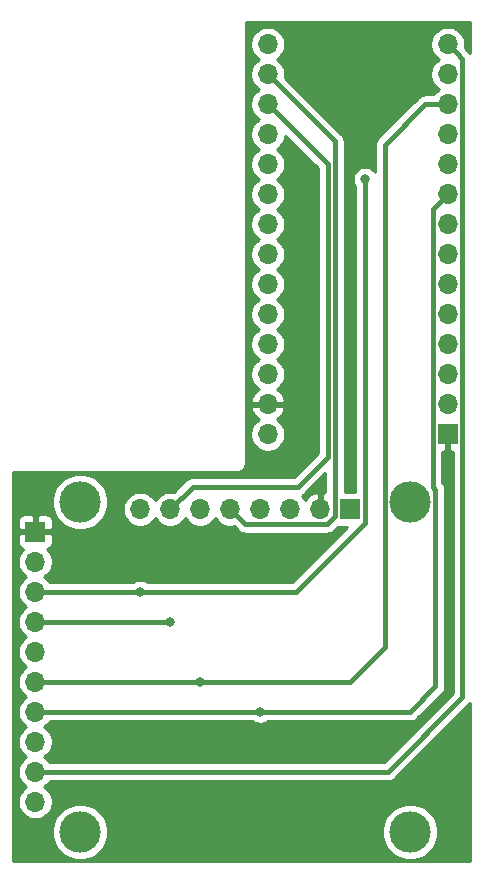
<source format=gbr>
G04 #@! TF.GenerationSoftware,KiCad,Pcbnew,(5.1.5-0-10_14)*
G04 #@! TF.CreationDate,2020-10-09T23:09:52+02:00*
G04 #@! TF.ProjectId,es_display,65735f64-6973-4706-9c61-792e6b696361,rev?*
G04 #@! TF.SameCoordinates,Original*
G04 #@! TF.FileFunction,Copper,L1,Top*
G04 #@! TF.FilePolarity,Positive*
%FSLAX46Y46*%
G04 Gerber Fmt 4.6, Leading zero omitted, Abs format (unit mm)*
G04 Created by KiCad (PCBNEW (5.1.5-0-10_14)) date 2020-10-09 23:09:52*
%MOMM*%
%LPD*%
G04 APERTURE LIST*
%ADD10R,1.700000X1.700000*%
%ADD11O,1.700000X1.700000*%
%ADD12C,3.500000*%
%ADD13C,0.800000*%
%ADD14C,0.381000*%
%ADD15C,0.254000*%
G04 APERTURE END LIST*
D10*
X149860000Y-104140000D03*
D11*
X149860000Y-101600000D03*
X149860000Y-99060000D03*
X149860000Y-96520000D03*
X149860000Y-93980000D03*
X149860000Y-91440000D03*
X149860000Y-88900000D03*
X149860000Y-86360000D03*
X149860000Y-83820000D03*
X149860000Y-81280000D03*
X149860000Y-78740000D03*
X149860000Y-76200000D03*
X149860000Y-73660000D03*
X149860000Y-71120000D03*
X114935000Y-135255000D03*
X114935000Y-132715000D03*
X114935000Y-130175000D03*
X114935000Y-127635000D03*
X114935000Y-125095000D03*
X114935000Y-122555000D03*
X114935000Y-120015000D03*
X114935000Y-117475000D03*
X114935000Y-114935000D03*
D10*
X114935000Y-112395000D03*
D12*
X146685000Y-137795000D03*
X146685000Y-109855000D03*
X118745000Y-137795000D03*
X118745000Y-109855000D03*
D11*
X123825000Y-110490000D03*
X126365000Y-110490000D03*
X128905000Y-110490000D03*
X131445000Y-110490000D03*
X133985000Y-110490000D03*
X136525000Y-110490000D03*
X139065000Y-110490000D03*
D10*
X141605000Y-110490000D03*
D11*
X134620000Y-71120000D03*
X134620000Y-73660000D03*
X134620000Y-76200000D03*
X134620000Y-78740000D03*
X134620000Y-81280000D03*
X134620000Y-83820000D03*
X134620000Y-86360000D03*
X134620000Y-88900000D03*
X134620000Y-91440000D03*
X134620000Y-93980000D03*
X134620000Y-96520000D03*
X134620000Y-99060000D03*
X134620000Y-101600000D03*
X134620000Y-104140000D03*
D13*
X128905000Y-125095000D03*
X123825000Y-117475000D03*
X142875000Y-82550000D03*
X133985000Y-127635000D03*
X126365000Y-120015000D03*
D14*
X150709999Y-71969999D02*
X149860000Y-71120000D01*
X151100501Y-72360501D02*
X150709999Y-71969999D01*
X144780000Y-132715000D02*
X151100501Y-126394499D01*
X151100501Y-126394499D02*
X151100501Y-72360501D01*
X114935000Y-132715000D02*
X144780000Y-132715000D01*
X128905000Y-125095000D02*
X123825000Y-125095000D01*
X123825000Y-125095000D02*
X125730000Y-125095000D01*
X114935000Y-125095000D02*
X123825000Y-125095000D01*
X128905000Y-125095000D02*
X141605000Y-125095000D01*
X144544499Y-122155501D02*
X144544499Y-79610501D01*
X141605000Y-125095000D02*
X144544499Y-122155501D01*
X147955000Y-76200000D02*
X149860000Y-76200000D01*
X144544499Y-79610501D02*
X147955000Y-76200000D01*
X120015000Y-117475000D02*
X121285000Y-117475000D01*
X123825000Y-117475000D02*
X120015000Y-117475000D01*
X114935000Y-117475000D02*
X120015000Y-117475000D01*
X123825000Y-117475000D02*
X137022902Y-117475000D01*
X142875000Y-111622902D02*
X137022902Y-117475000D01*
X142875000Y-82550000D02*
X142875000Y-111622902D01*
X133985000Y-127635000D02*
X129540000Y-127635000D01*
X129540000Y-127635000D02*
X114935000Y-127635000D01*
X131445000Y-127635000D02*
X129540000Y-127635000D01*
X148825501Y-108827559D02*
X148825501Y-125494499D01*
X148590000Y-108592058D02*
X148825501Y-108827559D01*
X148590000Y-85090000D02*
X148590000Y-108592058D01*
X149860000Y-83820000D02*
X148590000Y-85090000D01*
X146685000Y-127635000D02*
X133985000Y-127635000D01*
X148825501Y-125494499D02*
X146685000Y-127635000D01*
X135469999Y-74509999D02*
X134620000Y-73660000D01*
X140305501Y-79345501D02*
X135469999Y-74509999D01*
X140305501Y-111085441D02*
X140305501Y-79345501D01*
X139660441Y-111730501D02*
X140305501Y-111085441D01*
X132685501Y-111730501D02*
X139660441Y-111730501D01*
X131445000Y-110490000D02*
X132685501Y-111730501D01*
X114935000Y-120015000D02*
X124460000Y-120015000D01*
X126365000Y-120015000D02*
X124460000Y-120015000D01*
X139700000Y-81280000D02*
X134620000Y-76200000D01*
X139700000Y-99695000D02*
X139700000Y-81280000D01*
X128270000Y-108585000D02*
X137160000Y-108585000D01*
X137160000Y-108585000D02*
X139700000Y-106045000D01*
X126365000Y-110490000D02*
X128270000Y-108585000D01*
X139700000Y-106045000D02*
X139700000Y-99695000D01*
X139700000Y-100895942D02*
X139700000Y-99695000D01*
D15*
G36*
X151740000Y-71838490D02*
G01*
X151687042Y-71773960D01*
X151655535Y-71748103D01*
X151322395Y-71414963D01*
X151322390Y-71414957D01*
X151316578Y-71409145D01*
X151345000Y-71266260D01*
X151345000Y-70973740D01*
X151287932Y-70686842D01*
X151175990Y-70416589D01*
X151013475Y-70173368D01*
X150806632Y-69966525D01*
X150563411Y-69804010D01*
X150293158Y-69692068D01*
X150006260Y-69635000D01*
X149713740Y-69635000D01*
X149426842Y-69692068D01*
X149156589Y-69804010D01*
X148913368Y-69966525D01*
X148706525Y-70173368D01*
X148544010Y-70416589D01*
X148432068Y-70686842D01*
X148375000Y-70973740D01*
X148375000Y-71266260D01*
X148432068Y-71553158D01*
X148544010Y-71823411D01*
X148706525Y-72066632D01*
X148913368Y-72273475D01*
X149087760Y-72390000D01*
X148913368Y-72506525D01*
X148706525Y-72713368D01*
X148544010Y-72956589D01*
X148432068Y-73226842D01*
X148375000Y-73513740D01*
X148375000Y-73806260D01*
X148432068Y-74093158D01*
X148544010Y-74363411D01*
X148706525Y-74606632D01*
X148913368Y-74813475D01*
X149087760Y-74930000D01*
X148913368Y-75046525D01*
X148706525Y-75253368D01*
X148625587Y-75374500D01*
X147995550Y-75374500D01*
X147955000Y-75370506D01*
X147914449Y-75374500D01*
X147914447Y-75374500D01*
X147793174Y-75386444D01*
X147637566Y-75433647D01*
X147494157Y-75510301D01*
X147399958Y-75587608D01*
X147399957Y-75587609D01*
X147368459Y-75613459D01*
X147342611Y-75644955D01*
X143989460Y-78998108D01*
X143957959Y-79023960D01*
X143932108Y-79055460D01*
X143854800Y-79149659D01*
X143778146Y-79293068D01*
X143730944Y-79448675D01*
X143715005Y-79610501D01*
X143719000Y-79651062D01*
X143719000Y-81950185D01*
X143678937Y-81890226D01*
X143534774Y-81746063D01*
X143365256Y-81632795D01*
X143176898Y-81554774D01*
X142976939Y-81515000D01*
X142773061Y-81515000D01*
X142573102Y-81554774D01*
X142384744Y-81632795D01*
X142215226Y-81746063D01*
X142071063Y-81890226D01*
X141957795Y-82059744D01*
X141879774Y-82248102D01*
X141840000Y-82448061D01*
X141840000Y-82651939D01*
X141879774Y-82851898D01*
X141957795Y-83040256D01*
X142049500Y-83177503D01*
X142049501Y-109001928D01*
X141131001Y-109001928D01*
X141131001Y-79386051D01*
X141134995Y-79345501D01*
X141129831Y-79293067D01*
X141119057Y-79183675D01*
X141071854Y-79028067D01*
X140996056Y-78886260D01*
X140995200Y-78884658D01*
X140917893Y-78790460D01*
X140892042Y-78758960D01*
X140860541Y-78733108D01*
X136082395Y-73954963D01*
X136082390Y-73954957D01*
X136076578Y-73949145D01*
X136105000Y-73806260D01*
X136105000Y-73513740D01*
X136047932Y-73226842D01*
X135935990Y-72956589D01*
X135773475Y-72713368D01*
X135566632Y-72506525D01*
X135392240Y-72390000D01*
X135566632Y-72273475D01*
X135773475Y-72066632D01*
X135935990Y-71823411D01*
X136047932Y-71553158D01*
X136105000Y-71266260D01*
X136105000Y-70973740D01*
X136047932Y-70686842D01*
X135935990Y-70416589D01*
X135773475Y-70173368D01*
X135566632Y-69966525D01*
X135323411Y-69804010D01*
X135053158Y-69692068D01*
X134766260Y-69635000D01*
X134473740Y-69635000D01*
X134186842Y-69692068D01*
X133916589Y-69804010D01*
X133673368Y-69966525D01*
X133466525Y-70173368D01*
X133304010Y-70416589D01*
X133192068Y-70686842D01*
X133135000Y-70973740D01*
X133135000Y-71266260D01*
X133192068Y-71553158D01*
X133304010Y-71823411D01*
X133466525Y-72066632D01*
X133673368Y-72273475D01*
X133847760Y-72390000D01*
X133673368Y-72506525D01*
X133466525Y-72713368D01*
X133304010Y-72956589D01*
X133192068Y-73226842D01*
X133135000Y-73513740D01*
X133135000Y-73806260D01*
X133192068Y-74093158D01*
X133304010Y-74363411D01*
X133466525Y-74606632D01*
X133673368Y-74813475D01*
X133847760Y-74930000D01*
X133673368Y-75046525D01*
X133466525Y-75253368D01*
X133304010Y-75496589D01*
X133192068Y-75766842D01*
X133135000Y-76053740D01*
X133135000Y-76346260D01*
X133192068Y-76633158D01*
X133304010Y-76903411D01*
X133466525Y-77146632D01*
X133673368Y-77353475D01*
X133847760Y-77470000D01*
X133673368Y-77586525D01*
X133466525Y-77793368D01*
X133304010Y-78036589D01*
X133192068Y-78306842D01*
X133135000Y-78593740D01*
X133135000Y-78886260D01*
X133192068Y-79173158D01*
X133304010Y-79443411D01*
X133466525Y-79686632D01*
X133673368Y-79893475D01*
X133847760Y-80010000D01*
X133673368Y-80126525D01*
X133466525Y-80333368D01*
X133304010Y-80576589D01*
X133192068Y-80846842D01*
X133135000Y-81133740D01*
X133135000Y-81426260D01*
X133192068Y-81713158D01*
X133304010Y-81983411D01*
X133466525Y-82226632D01*
X133673368Y-82433475D01*
X133847760Y-82550000D01*
X133673368Y-82666525D01*
X133466525Y-82873368D01*
X133304010Y-83116589D01*
X133192068Y-83386842D01*
X133135000Y-83673740D01*
X133135000Y-83966260D01*
X133192068Y-84253158D01*
X133304010Y-84523411D01*
X133466525Y-84766632D01*
X133673368Y-84973475D01*
X133847760Y-85090000D01*
X133673368Y-85206525D01*
X133466525Y-85413368D01*
X133304010Y-85656589D01*
X133192068Y-85926842D01*
X133135000Y-86213740D01*
X133135000Y-86506260D01*
X133192068Y-86793158D01*
X133304010Y-87063411D01*
X133466525Y-87306632D01*
X133673368Y-87513475D01*
X133847760Y-87630000D01*
X133673368Y-87746525D01*
X133466525Y-87953368D01*
X133304010Y-88196589D01*
X133192068Y-88466842D01*
X133135000Y-88753740D01*
X133135000Y-89046260D01*
X133192068Y-89333158D01*
X133304010Y-89603411D01*
X133466525Y-89846632D01*
X133673368Y-90053475D01*
X133847760Y-90170000D01*
X133673368Y-90286525D01*
X133466525Y-90493368D01*
X133304010Y-90736589D01*
X133192068Y-91006842D01*
X133135000Y-91293740D01*
X133135000Y-91586260D01*
X133192068Y-91873158D01*
X133304010Y-92143411D01*
X133466525Y-92386632D01*
X133673368Y-92593475D01*
X133847760Y-92710000D01*
X133673368Y-92826525D01*
X133466525Y-93033368D01*
X133304010Y-93276589D01*
X133192068Y-93546842D01*
X133135000Y-93833740D01*
X133135000Y-94126260D01*
X133192068Y-94413158D01*
X133304010Y-94683411D01*
X133466525Y-94926632D01*
X133673368Y-95133475D01*
X133847760Y-95250000D01*
X133673368Y-95366525D01*
X133466525Y-95573368D01*
X133304010Y-95816589D01*
X133192068Y-96086842D01*
X133135000Y-96373740D01*
X133135000Y-96666260D01*
X133192068Y-96953158D01*
X133304010Y-97223411D01*
X133466525Y-97466632D01*
X133673368Y-97673475D01*
X133847760Y-97790000D01*
X133673368Y-97906525D01*
X133466525Y-98113368D01*
X133304010Y-98356589D01*
X133192068Y-98626842D01*
X133135000Y-98913740D01*
X133135000Y-99206260D01*
X133192068Y-99493158D01*
X133304010Y-99763411D01*
X133466525Y-100006632D01*
X133673368Y-100213475D01*
X133855534Y-100335195D01*
X133738645Y-100404822D01*
X133522412Y-100599731D01*
X133348359Y-100833080D01*
X133223175Y-101095901D01*
X133178524Y-101243110D01*
X133299845Y-101473000D01*
X134493000Y-101473000D01*
X134493000Y-101453000D01*
X134747000Y-101453000D01*
X134747000Y-101473000D01*
X135940155Y-101473000D01*
X136061476Y-101243110D01*
X136016825Y-101095901D01*
X135891641Y-100833080D01*
X135717588Y-100599731D01*
X135501355Y-100404822D01*
X135384466Y-100335195D01*
X135566632Y-100213475D01*
X135773475Y-100006632D01*
X135935990Y-99763411D01*
X136047932Y-99493158D01*
X136105000Y-99206260D01*
X136105000Y-98913740D01*
X136047932Y-98626842D01*
X135935990Y-98356589D01*
X135773475Y-98113368D01*
X135566632Y-97906525D01*
X135392240Y-97790000D01*
X135566632Y-97673475D01*
X135773475Y-97466632D01*
X135935990Y-97223411D01*
X136047932Y-96953158D01*
X136105000Y-96666260D01*
X136105000Y-96373740D01*
X136047932Y-96086842D01*
X135935990Y-95816589D01*
X135773475Y-95573368D01*
X135566632Y-95366525D01*
X135392240Y-95250000D01*
X135566632Y-95133475D01*
X135773475Y-94926632D01*
X135935990Y-94683411D01*
X136047932Y-94413158D01*
X136105000Y-94126260D01*
X136105000Y-93833740D01*
X136047932Y-93546842D01*
X135935990Y-93276589D01*
X135773475Y-93033368D01*
X135566632Y-92826525D01*
X135392240Y-92710000D01*
X135566632Y-92593475D01*
X135773475Y-92386632D01*
X135935990Y-92143411D01*
X136047932Y-91873158D01*
X136105000Y-91586260D01*
X136105000Y-91293740D01*
X136047932Y-91006842D01*
X135935990Y-90736589D01*
X135773475Y-90493368D01*
X135566632Y-90286525D01*
X135392240Y-90170000D01*
X135566632Y-90053475D01*
X135773475Y-89846632D01*
X135935990Y-89603411D01*
X136047932Y-89333158D01*
X136105000Y-89046260D01*
X136105000Y-88753740D01*
X136047932Y-88466842D01*
X135935990Y-88196589D01*
X135773475Y-87953368D01*
X135566632Y-87746525D01*
X135392240Y-87630000D01*
X135566632Y-87513475D01*
X135773475Y-87306632D01*
X135935990Y-87063411D01*
X136047932Y-86793158D01*
X136105000Y-86506260D01*
X136105000Y-86213740D01*
X136047932Y-85926842D01*
X135935990Y-85656589D01*
X135773475Y-85413368D01*
X135566632Y-85206525D01*
X135392240Y-85090000D01*
X135566632Y-84973475D01*
X135773475Y-84766632D01*
X135935990Y-84523411D01*
X136047932Y-84253158D01*
X136105000Y-83966260D01*
X136105000Y-83673740D01*
X136047932Y-83386842D01*
X135935990Y-83116589D01*
X135773475Y-82873368D01*
X135566632Y-82666525D01*
X135392240Y-82550000D01*
X135566632Y-82433475D01*
X135773475Y-82226632D01*
X135935990Y-81983411D01*
X136047932Y-81713158D01*
X136105000Y-81426260D01*
X136105000Y-81133740D01*
X136047932Y-80846842D01*
X135935990Y-80576589D01*
X135773475Y-80333368D01*
X135566632Y-80126525D01*
X135392240Y-80010000D01*
X135566632Y-79893475D01*
X135773475Y-79686632D01*
X135935990Y-79443411D01*
X136047932Y-79173158D01*
X136105000Y-78886260D01*
X136105000Y-78852433D01*
X138874501Y-81621935D01*
X138874500Y-99735552D01*
X138874501Y-99735562D01*
X138874500Y-100936494D01*
X138874501Y-100936502D01*
X138874500Y-105703067D01*
X136818068Y-107759500D01*
X128310550Y-107759500D01*
X128270000Y-107755506D01*
X128229449Y-107759500D01*
X128229447Y-107759500D01*
X128108174Y-107771444D01*
X127952566Y-107818647D01*
X127809157Y-107895301D01*
X127714958Y-107972608D01*
X127714955Y-107972611D01*
X127683459Y-107998459D01*
X127657611Y-108029955D01*
X126654145Y-109033422D01*
X126511260Y-109005000D01*
X126218740Y-109005000D01*
X125931842Y-109062068D01*
X125661589Y-109174010D01*
X125418368Y-109336525D01*
X125211525Y-109543368D01*
X125095000Y-109717760D01*
X124978475Y-109543368D01*
X124771632Y-109336525D01*
X124528411Y-109174010D01*
X124258158Y-109062068D01*
X123971260Y-109005000D01*
X123678740Y-109005000D01*
X123391842Y-109062068D01*
X123121589Y-109174010D01*
X122878368Y-109336525D01*
X122671525Y-109543368D01*
X122509010Y-109786589D01*
X122397068Y-110056842D01*
X122340000Y-110343740D01*
X122340000Y-110636260D01*
X122397068Y-110923158D01*
X122509010Y-111193411D01*
X122671525Y-111436632D01*
X122878368Y-111643475D01*
X123121589Y-111805990D01*
X123391842Y-111917932D01*
X123678740Y-111975000D01*
X123971260Y-111975000D01*
X124258158Y-111917932D01*
X124528411Y-111805990D01*
X124771632Y-111643475D01*
X124978475Y-111436632D01*
X125095000Y-111262240D01*
X125211525Y-111436632D01*
X125418368Y-111643475D01*
X125661589Y-111805990D01*
X125931842Y-111917932D01*
X126218740Y-111975000D01*
X126511260Y-111975000D01*
X126798158Y-111917932D01*
X127068411Y-111805990D01*
X127311632Y-111643475D01*
X127518475Y-111436632D01*
X127635000Y-111262240D01*
X127751525Y-111436632D01*
X127958368Y-111643475D01*
X128201589Y-111805990D01*
X128471842Y-111917932D01*
X128758740Y-111975000D01*
X129051260Y-111975000D01*
X129338158Y-111917932D01*
X129608411Y-111805990D01*
X129851632Y-111643475D01*
X130058475Y-111436632D01*
X130175000Y-111262240D01*
X130291525Y-111436632D01*
X130498368Y-111643475D01*
X130741589Y-111805990D01*
X131011842Y-111917932D01*
X131298740Y-111975000D01*
X131591260Y-111975000D01*
X131734145Y-111946578D01*
X132073107Y-112285540D01*
X132098960Y-112317042D01*
X132224659Y-112420200D01*
X132368067Y-112496854D01*
X132523675Y-112544057D01*
X132644948Y-112556001D01*
X132644957Y-112556001D01*
X132685500Y-112559994D01*
X132726043Y-112556001D01*
X139619891Y-112556001D01*
X139660441Y-112559995D01*
X139700991Y-112556001D01*
X139700994Y-112556001D01*
X139822267Y-112544057D01*
X139977875Y-112496854D01*
X140121283Y-112420200D01*
X140246982Y-112317042D01*
X140272838Y-112285536D01*
X140601397Y-111956978D01*
X140630518Y-111965812D01*
X140755000Y-111978072D01*
X141352397Y-111978072D01*
X136680970Y-116649500D01*
X124452503Y-116649500D01*
X124315256Y-116557795D01*
X124126898Y-116479774D01*
X123926939Y-116440000D01*
X123723061Y-116440000D01*
X123523102Y-116479774D01*
X123334744Y-116557795D01*
X123197497Y-116649500D01*
X116169413Y-116649500D01*
X116088475Y-116528368D01*
X115881632Y-116321525D01*
X115707240Y-116205000D01*
X115881632Y-116088475D01*
X116088475Y-115881632D01*
X116250990Y-115638411D01*
X116362932Y-115368158D01*
X116420000Y-115081260D01*
X116420000Y-114788740D01*
X116362932Y-114501842D01*
X116250990Y-114231589D01*
X116088475Y-113988368D01*
X115956620Y-113856513D01*
X116029180Y-113834502D01*
X116139494Y-113775537D01*
X116236185Y-113696185D01*
X116315537Y-113599494D01*
X116374502Y-113489180D01*
X116410812Y-113369482D01*
X116423072Y-113245000D01*
X116420000Y-112680750D01*
X116261250Y-112522000D01*
X115062000Y-112522000D01*
X115062000Y-112542000D01*
X114808000Y-112542000D01*
X114808000Y-112522000D01*
X113608750Y-112522000D01*
X113450000Y-112680750D01*
X113446928Y-113245000D01*
X113459188Y-113369482D01*
X113495498Y-113489180D01*
X113554463Y-113599494D01*
X113633815Y-113696185D01*
X113730506Y-113775537D01*
X113840820Y-113834502D01*
X113913380Y-113856513D01*
X113781525Y-113988368D01*
X113619010Y-114231589D01*
X113507068Y-114501842D01*
X113450000Y-114788740D01*
X113450000Y-115081260D01*
X113507068Y-115368158D01*
X113619010Y-115638411D01*
X113781525Y-115881632D01*
X113988368Y-116088475D01*
X114162760Y-116205000D01*
X113988368Y-116321525D01*
X113781525Y-116528368D01*
X113619010Y-116771589D01*
X113507068Y-117041842D01*
X113450000Y-117328740D01*
X113450000Y-117621260D01*
X113507068Y-117908158D01*
X113619010Y-118178411D01*
X113781525Y-118421632D01*
X113988368Y-118628475D01*
X114162760Y-118745000D01*
X113988368Y-118861525D01*
X113781525Y-119068368D01*
X113619010Y-119311589D01*
X113507068Y-119581842D01*
X113450000Y-119868740D01*
X113450000Y-120161260D01*
X113507068Y-120448158D01*
X113619010Y-120718411D01*
X113781525Y-120961632D01*
X113988368Y-121168475D01*
X114162760Y-121285000D01*
X113988368Y-121401525D01*
X113781525Y-121608368D01*
X113619010Y-121851589D01*
X113507068Y-122121842D01*
X113450000Y-122408740D01*
X113450000Y-122701260D01*
X113507068Y-122988158D01*
X113619010Y-123258411D01*
X113781525Y-123501632D01*
X113988368Y-123708475D01*
X114162760Y-123825000D01*
X113988368Y-123941525D01*
X113781525Y-124148368D01*
X113619010Y-124391589D01*
X113507068Y-124661842D01*
X113450000Y-124948740D01*
X113450000Y-125241260D01*
X113507068Y-125528158D01*
X113619010Y-125798411D01*
X113781525Y-126041632D01*
X113988368Y-126248475D01*
X114162760Y-126365000D01*
X113988368Y-126481525D01*
X113781525Y-126688368D01*
X113619010Y-126931589D01*
X113507068Y-127201842D01*
X113450000Y-127488740D01*
X113450000Y-127781260D01*
X113507068Y-128068158D01*
X113619010Y-128338411D01*
X113781525Y-128581632D01*
X113988368Y-128788475D01*
X114162760Y-128905000D01*
X113988368Y-129021525D01*
X113781525Y-129228368D01*
X113619010Y-129471589D01*
X113507068Y-129741842D01*
X113450000Y-130028740D01*
X113450000Y-130321260D01*
X113507068Y-130608158D01*
X113619010Y-130878411D01*
X113781525Y-131121632D01*
X113988368Y-131328475D01*
X114162760Y-131445000D01*
X113988368Y-131561525D01*
X113781525Y-131768368D01*
X113619010Y-132011589D01*
X113507068Y-132281842D01*
X113450000Y-132568740D01*
X113450000Y-132861260D01*
X113507068Y-133148158D01*
X113619010Y-133418411D01*
X113781525Y-133661632D01*
X113988368Y-133868475D01*
X114162760Y-133985000D01*
X113988368Y-134101525D01*
X113781525Y-134308368D01*
X113619010Y-134551589D01*
X113507068Y-134821842D01*
X113450000Y-135108740D01*
X113450000Y-135401260D01*
X113507068Y-135688158D01*
X113619010Y-135958411D01*
X113781525Y-136201632D01*
X113988368Y-136408475D01*
X114231589Y-136570990D01*
X114501842Y-136682932D01*
X114788740Y-136740000D01*
X115081260Y-136740000D01*
X115368158Y-136682932D01*
X115638411Y-136570990D01*
X115881632Y-136408475D01*
X116088475Y-136201632D01*
X116250990Y-135958411D01*
X116362932Y-135688158D01*
X116420000Y-135401260D01*
X116420000Y-135108740D01*
X116362932Y-134821842D01*
X116250990Y-134551589D01*
X116088475Y-134308368D01*
X115881632Y-134101525D01*
X115707240Y-133985000D01*
X115881632Y-133868475D01*
X116088475Y-133661632D01*
X116169413Y-133540500D01*
X144739450Y-133540500D01*
X144780000Y-133544494D01*
X144820550Y-133540500D01*
X144820553Y-133540500D01*
X144941826Y-133528556D01*
X145097434Y-133481353D01*
X145240842Y-133404699D01*
X145366541Y-133301541D01*
X145392398Y-133270034D01*
X151655542Y-127006891D01*
X151687042Y-126981040D01*
X151739678Y-126916903D01*
X151740001Y-126916509D01*
X151740001Y-140310000D01*
X113055000Y-140310000D01*
X113055000Y-137560098D01*
X116360000Y-137560098D01*
X116360000Y-138029902D01*
X116451654Y-138490679D01*
X116631440Y-138924721D01*
X116892450Y-139315349D01*
X117224651Y-139647550D01*
X117615279Y-139908560D01*
X118049321Y-140088346D01*
X118510098Y-140180000D01*
X118979902Y-140180000D01*
X119440679Y-140088346D01*
X119874721Y-139908560D01*
X120265349Y-139647550D01*
X120597550Y-139315349D01*
X120858560Y-138924721D01*
X121038346Y-138490679D01*
X121130000Y-138029902D01*
X121130000Y-137560098D01*
X144300000Y-137560098D01*
X144300000Y-138029902D01*
X144391654Y-138490679D01*
X144571440Y-138924721D01*
X144832450Y-139315349D01*
X145164651Y-139647550D01*
X145555279Y-139908560D01*
X145989321Y-140088346D01*
X146450098Y-140180000D01*
X146919902Y-140180000D01*
X147380679Y-140088346D01*
X147814721Y-139908560D01*
X148205349Y-139647550D01*
X148537550Y-139315349D01*
X148798560Y-138924721D01*
X148978346Y-138490679D01*
X149070000Y-138029902D01*
X149070000Y-137560098D01*
X148978346Y-137099321D01*
X148798560Y-136665279D01*
X148537550Y-136274651D01*
X148205349Y-135942450D01*
X147814721Y-135681440D01*
X147380679Y-135501654D01*
X146919902Y-135410000D01*
X146450098Y-135410000D01*
X145989321Y-135501654D01*
X145555279Y-135681440D01*
X145164651Y-135942450D01*
X144832450Y-136274651D01*
X144571440Y-136665279D01*
X144391654Y-137099321D01*
X144300000Y-137560098D01*
X121130000Y-137560098D01*
X121038346Y-137099321D01*
X120858560Y-136665279D01*
X120597550Y-136274651D01*
X120265349Y-135942450D01*
X119874721Y-135681440D01*
X119440679Y-135501654D01*
X118979902Y-135410000D01*
X118510098Y-135410000D01*
X118049321Y-135501654D01*
X117615279Y-135681440D01*
X117224651Y-135942450D01*
X116892450Y-136274651D01*
X116631440Y-136665279D01*
X116451654Y-137099321D01*
X116360000Y-137560098D01*
X113055000Y-137560098D01*
X113055000Y-111545000D01*
X113446928Y-111545000D01*
X113450000Y-112109250D01*
X113608750Y-112268000D01*
X114808000Y-112268000D01*
X114808000Y-111068750D01*
X115062000Y-111068750D01*
X115062000Y-112268000D01*
X116261250Y-112268000D01*
X116420000Y-112109250D01*
X116423072Y-111545000D01*
X116410812Y-111420518D01*
X116374502Y-111300820D01*
X116315537Y-111190506D01*
X116236185Y-111093815D01*
X116139494Y-111014463D01*
X116029180Y-110955498D01*
X115909482Y-110919188D01*
X115785000Y-110906928D01*
X115220750Y-110910000D01*
X115062000Y-111068750D01*
X114808000Y-111068750D01*
X114649250Y-110910000D01*
X114085000Y-110906928D01*
X113960518Y-110919188D01*
X113840820Y-110955498D01*
X113730506Y-111014463D01*
X113633815Y-111093815D01*
X113554463Y-111190506D01*
X113495498Y-111300820D01*
X113459188Y-111420518D01*
X113446928Y-111545000D01*
X113055000Y-111545000D01*
X113055000Y-109620098D01*
X116360000Y-109620098D01*
X116360000Y-110089902D01*
X116451654Y-110550679D01*
X116631440Y-110984721D01*
X116892450Y-111375349D01*
X117224651Y-111707550D01*
X117615279Y-111968560D01*
X118049321Y-112148346D01*
X118510098Y-112240000D01*
X118979902Y-112240000D01*
X119440679Y-112148346D01*
X119874721Y-111968560D01*
X120265349Y-111707550D01*
X120597550Y-111375349D01*
X120858560Y-110984721D01*
X121038346Y-110550679D01*
X121130000Y-110089902D01*
X121130000Y-109620098D01*
X121038346Y-109159321D01*
X120858560Y-108725279D01*
X120597550Y-108334651D01*
X120265349Y-108002450D01*
X119874721Y-107741440D01*
X119440679Y-107561654D01*
X118979902Y-107470000D01*
X118510098Y-107470000D01*
X118049321Y-107561654D01*
X117615279Y-107741440D01*
X117224651Y-108002450D01*
X116892450Y-108334651D01*
X116631440Y-108725279D01*
X116451654Y-109159321D01*
X116360000Y-109620098D01*
X113055000Y-109620098D01*
X113055000Y-107340000D01*
X132047581Y-107340000D01*
X132080000Y-107343193D01*
X132112419Y-107340000D01*
X132209383Y-107330450D01*
X132333793Y-107292710D01*
X132448450Y-107231425D01*
X132548948Y-107148948D01*
X132631425Y-107048450D01*
X132692710Y-106933793D01*
X132730450Y-106809383D01*
X132743193Y-106680000D01*
X132740000Y-106647581D01*
X132740000Y-103993740D01*
X133135000Y-103993740D01*
X133135000Y-104286260D01*
X133192068Y-104573158D01*
X133304010Y-104843411D01*
X133466525Y-105086632D01*
X133673368Y-105293475D01*
X133916589Y-105455990D01*
X134186842Y-105567932D01*
X134473740Y-105625000D01*
X134766260Y-105625000D01*
X135053158Y-105567932D01*
X135323411Y-105455990D01*
X135566632Y-105293475D01*
X135773475Y-105086632D01*
X135935990Y-104843411D01*
X136047932Y-104573158D01*
X136105000Y-104286260D01*
X136105000Y-103993740D01*
X136047932Y-103706842D01*
X135935990Y-103436589D01*
X135773475Y-103193368D01*
X135566632Y-102986525D01*
X135384466Y-102864805D01*
X135501355Y-102795178D01*
X135717588Y-102600269D01*
X135891641Y-102366920D01*
X136016825Y-102104099D01*
X136061476Y-101956890D01*
X135940155Y-101727000D01*
X134747000Y-101727000D01*
X134747000Y-101747000D01*
X134493000Y-101747000D01*
X134493000Y-101727000D01*
X133299845Y-101727000D01*
X133178524Y-101956890D01*
X133223175Y-102104099D01*
X133348359Y-102366920D01*
X133522412Y-102600269D01*
X133738645Y-102795178D01*
X133855534Y-102864805D01*
X133673368Y-102986525D01*
X133466525Y-103193368D01*
X133304010Y-103436589D01*
X133192068Y-103706842D01*
X133135000Y-103993740D01*
X132740000Y-103993740D01*
X132740000Y-69240000D01*
X151740000Y-69240000D01*
X151740000Y-71838490D01*
G37*
X151740000Y-71838490D02*
X151687042Y-71773960D01*
X151655535Y-71748103D01*
X151322395Y-71414963D01*
X151322390Y-71414957D01*
X151316578Y-71409145D01*
X151345000Y-71266260D01*
X151345000Y-70973740D01*
X151287932Y-70686842D01*
X151175990Y-70416589D01*
X151013475Y-70173368D01*
X150806632Y-69966525D01*
X150563411Y-69804010D01*
X150293158Y-69692068D01*
X150006260Y-69635000D01*
X149713740Y-69635000D01*
X149426842Y-69692068D01*
X149156589Y-69804010D01*
X148913368Y-69966525D01*
X148706525Y-70173368D01*
X148544010Y-70416589D01*
X148432068Y-70686842D01*
X148375000Y-70973740D01*
X148375000Y-71266260D01*
X148432068Y-71553158D01*
X148544010Y-71823411D01*
X148706525Y-72066632D01*
X148913368Y-72273475D01*
X149087760Y-72390000D01*
X148913368Y-72506525D01*
X148706525Y-72713368D01*
X148544010Y-72956589D01*
X148432068Y-73226842D01*
X148375000Y-73513740D01*
X148375000Y-73806260D01*
X148432068Y-74093158D01*
X148544010Y-74363411D01*
X148706525Y-74606632D01*
X148913368Y-74813475D01*
X149087760Y-74930000D01*
X148913368Y-75046525D01*
X148706525Y-75253368D01*
X148625587Y-75374500D01*
X147995550Y-75374500D01*
X147955000Y-75370506D01*
X147914449Y-75374500D01*
X147914447Y-75374500D01*
X147793174Y-75386444D01*
X147637566Y-75433647D01*
X147494157Y-75510301D01*
X147399958Y-75587608D01*
X147399957Y-75587609D01*
X147368459Y-75613459D01*
X147342611Y-75644955D01*
X143989460Y-78998108D01*
X143957959Y-79023960D01*
X143932108Y-79055460D01*
X143854800Y-79149659D01*
X143778146Y-79293068D01*
X143730944Y-79448675D01*
X143715005Y-79610501D01*
X143719000Y-79651062D01*
X143719000Y-81950185D01*
X143678937Y-81890226D01*
X143534774Y-81746063D01*
X143365256Y-81632795D01*
X143176898Y-81554774D01*
X142976939Y-81515000D01*
X142773061Y-81515000D01*
X142573102Y-81554774D01*
X142384744Y-81632795D01*
X142215226Y-81746063D01*
X142071063Y-81890226D01*
X141957795Y-82059744D01*
X141879774Y-82248102D01*
X141840000Y-82448061D01*
X141840000Y-82651939D01*
X141879774Y-82851898D01*
X141957795Y-83040256D01*
X142049500Y-83177503D01*
X142049501Y-109001928D01*
X141131001Y-109001928D01*
X141131001Y-79386051D01*
X141134995Y-79345501D01*
X141129831Y-79293067D01*
X141119057Y-79183675D01*
X141071854Y-79028067D01*
X140996056Y-78886260D01*
X140995200Y-78884658D01*
X140917893Y-78790460D01*
X140892042Y-78758960D01*
X140860541Y-78733108D01*
X136082395Y-73954963D01*
X136082390Y-73954957D01*
X136076578Y-73949145D01*
X136105000Y-73806260D01*
X136105000Y-73513740D01*
X136047932Y-73226842D01*
X135935990Y-72956589D01*
X135773475Y-72713368D01*
X135566632Y-72506525D01*
X135392240Y-72390000D01*
X135566632Y-72273475D01*
X135773475Y-72066632D01*
X135935990Y-71823411D01*
X136047932Y-71553158D01*
X136105000Y-71266260D01*
X136105000Y-70973740D01*
X136047932Y-70686842D01*
X135935990Y-70416589D01*
X135773475Y-70173368D01*
X135566632Y-69966525D01*
X135323411Y-69804010D01*
X135053158Y-69692068D01*
X134766260Y-69635000D01*
X134473740Y-69635000D01*
X134186842Y-69692068D01*
X133916589Y-69804010D01*
X133673368Y-69966525D01*
X133466525Y-70173368D01*
X133304010Y-70416589D01*
X133192068Y-70686842D01*
X133135000Y-70973740D01*
X133135000Y-71266260D01*
X133192068Y-71553158D01*
X133304010Y-71823411D01*
X133466525Y-72066632D01*
X133673368Y-72273475D01*
X133847760Y-72390000D01*
X133673368Y-72506525D01*
X133466525Y-72713368D01*
X133304010Y-72956589D01*
X133192068Y-73226842D01*
X133135000Y-73513740D01*
X133135000Y-73806260D01*
X133192068Y-74093158D01*
X133304010Y-74363411D01*
X133466525Y-74606632D01*
X133673368Y-74813475D01*
X133847760Y-74930000D01*
X133673368Y-75046525D01*
X133466525Y-75253368D01*
X133304010Y-75496589D01*
X133192068Y-75766842D01*
X133135000Y-76053740D01*
X133135000Y-76346260D01*
X133192068Y-76633158D01*
X133304010Y-76903411D01*
X133466525Y-77146632D01*
X133673368Y-77353475D01*
X133847760Y-77470000D01*
X133673368Y-77586525D01*
X133466525Y-77793368D01*
X133304010Y-78036589D01*
X133192068Y-78306842D01*
X133135000Y-78593740D01*
X133135000Y-78886260D01*
X133192068Y-79173158D01*
X133304010Y-79443411D01*
X133466525Y-79686632D01*
X133673368Y-79893475D01*
X133847760Y-80010000D01*
X133673368Y-80126525D01*
X133466525Y-80333368D01*
X133304010Y-80576589D01*
X133192068Y-80846842D01*
X133135000Y-81133740D01*
X133135000Y-81426260D01*
X133192068Y-81713158D01*
X133304010Y-81983411D01*
X133466525Y-82226632D01*
X133673368Y-82433475D01*
X133847760Y-82550000D01*
X133673368Y-82666525D01*
X133466525Y-82873368D01*
X133304010Y-83116589D01*
X133192068Y-83386842D01*
X133135000Y-83673740D01*
X133135000Y-83966260D01*
X133192068Y-84253158D01*
X133304010Y-84523411D01*
X133466525Y-84766632D01*
X133673368Y-84973475D01*
X133847760Y-85090000D01*
X133673368Y-85206525D01*
X133466525Y-85413368D01*
X133304010Y-85656589D01*
X133192068Y-85926842D01*
X133135000Y-86213740D01*
X133135000Y-86506260D01*
X133192068Y-86793158D01*
X133304010Y-87063411D01*
X133466525Y-87306632D01*
X133673368Y-87513475D01*
X133847760Y-87630000D01*
X133673368Y-87746525D01*
X133466525Y-87953368D01*
X133304010Y-88196589D01*
X133192068Y-88466842D01*
X133135000Y-88753740D01*
X133135000Y-89046260D01*
X133192068Y-89333158D01*
X133304010Y-89603411D01*
X133466525Y-89846632D01*
X133673368Y-90053475D01*
X133847760Y-90170000D01*
X133673368Y-90286525D01*
X133466525Y-90493368D01*
X133304010Y-90736589D01*
X133192068Y-91006842D01*
X133135000Y-91293740D01*
X133135000Y-91586260D01*
X133192068Y-91873158D01*
X133304010Y-92143411D01*
X133466525Y-92386632D01*
X133673368Y-92593475D01*
X133847760Y-92710000D01*
X133673368Y-92826525D01*
X133466525Y-93033368D01*
X133304010Y-93276589D01*
X133192068Y-93546842D01*
X133135000Y-93833740D01*
X133135000Y-94126260D01*
X133192068Y-94413158D01*
X133304010Y-94683411D01*
X133466525Y-94926632D01*
X133673368Y-95133475D01*
X133847760Y-95250000D01*
X133673368Y-95366525D01*
X133466525Y-95573368D01*
X133304010Y-95816589D01*
X133192068Y-96086842D01*
X133135000Y-96373740D01*
X133135000Y-96666260D01*
X133192068Y-96953158D01*
X133304010Y-97223411D01*
X133466525Y-97466632D01*
X133673368Y-97673475D01*
X133847760Y-97790000D01*
X133673368Y-97906525D01*
X133466525Y-98113368D01*
X133304010Y-98356589D01*
X133192068Y-98626842D01*
X133135000Y-98913740D01*
X133135000Y-99206260D01*
X133192068Y-99493158D01*
X133304010Y-99763411D01*
X133466525Y-100006632D01*
X133673368Y-100213475D01*
X133855534Y-100335195D01*
X133738645Y-100404822D01*
X133522412Y-100599731D01*
X133348359Y-100833080D01*
X133223175Y-101095901D01*
X133178524Y-101243110D01*
X133299845Y-101473000D01*
X134493000Y-101473000D01*
X134493000Y-101453000D01*
X134747000Y-101453000D01*
X134747000Y-101473000D01*
X135940155Y-101473000D01*
X136061476Y-101243110D01*
X136016825Y-101095901D01*
X135891641Y-100833080D01*
X135717588Y-100599731D01*
X135501355Y-100404822D01*
X135384466Y-100335195D01*
X135566632Y-100213475D01*
X135773475Y-100006632D01*
X135935990Y-99763411D01*
X136047932Y-99493158D01*
X136105000Y-99206260D01*
X136105000Y-98913740D01*
X136047932Y-98626842D01*
X135935990Y-98356589D01*
X135773475Y-98113368D01*
X135566632Y-97906525D01*
X135392240Y-97790000D01*
X135566632Y-97673475D01*
X135773475Y-97466632D01*
X135935990Y-97223411D01*
X136047932Y-96953158D01*
X136105000Y-96666260D01*
X136105000Y-96373740D01*
X136047932Y-96086842D01*
X135935990Y-95816589D01*
X135773475Y-95573368D01*
X135566632Y-95366525D01*
X135392240Y-95250000D01*
X135566632Y-95133475D01*
X135773475Y-94926632D01*
X135935990Y-94683411D01*
X136047932Y-94413158D01*
X136105000Y-94126260D01*
X136105000Y-93833740D01*
X136047932Y-93546842D01*
X135935990Y-93276589D01*
X135773475Y-93033368D01*
X135566632Y-92826525D01*
X135392240Y-92710000D01*
X135566632Y-92593475D01*
X135773475Y-92386632D01*
X135935990Y-92143411D01*
X136047932Y-91873158D01*
X136105000Y-91586260D01*
X136105000Y-91293740D01*
X136047932Y-91006842D01*
X135935990Y-90736589D01*
X135773475Y-90493368D01*
X135566632Y-90286525D01*
X135392240Y-90170000D01*
X135566632Y-90053475D01*
X135773475Y-89846632D01*
X135935990Y-89603411D01*
X136047932Y-89333158D01*
X136105000Y-89046260D01*
X136105000Y-88753740D01*
X136047932Y-88466842D01*
X135935990Y-88196589D01*
X135773475Y-87953368D01*
X135566632Y-87746525D01*
X135392240Y-87630000D01*
X135566632Y-87513475D01*
X135773475Y-87306632D01*
X135935990Y-87063411D01*
X136047932Y-86793158D01*
X136105000Y-86506260D01*
X136105000Y-86213740D01*
X136047932Y-85926842D01*
X135935990Y-85656589D01*
X135773475Y-85413368D01*
X135566632Y-85206525D01*
X135392240Y-85090000D01*
X135566632Y-84973475D01*
X135773475Y-84766632D01*
X135935990Y-84523411D01*
X136047932Y-84253158D01*
X136105000Y-83966260D01*
X136105000Y-83673740D01*
X136047932Y-83386842D01*
X135935990Y-83116589D01*
X135773475Y-82873368D01*
X135566632Y-82666525D01*
X135392240Y-82550000D01*
X135566632Y-82433475D01*
X135773475Y-82226632D01*
X135935990Y-81983411D01*
X136047932Y-81713158D01*
X136105000Y-81426260D01*
X136105000Y-81133740D01*
X136047932Y-80846842D01*
X135935990Y-80576589D01*
X135773475Y-80333368D01*
X135566632Y-80126525D01*
X135392240Y-80010000D01*
X135566632Y-79893475D01*
X135773475Y-79686632D01*
X135935990Y-79443411D01*
X136047932Y-79173158D01*
X136105000Y-78886260D01*
X136105000Y-78852433D01*
X138874501Y-81621935D01*
X138874500Y-99735552D01*
X138874501Y-99735562D01*
X138874500Y-100936494D01*
X138874501Y-100936502D01*
X138874500Y-105703067D01*
X136818068Y-107759500D01*
X128310550Y-107759500D01*
X128270000Y-107755506D01*
X128229449Y-107759500D01*
X128229447Y-107759500D01*
X128108174Y-107771444D01*
X127952566Y-107818647D01*
X127809157Y-107895301D01*
X127714958Y-107972608D01*
X127714955Y-107972611D01*
X127683459Y-107998459D01*
X127657611Y-108029955D01*
X126654145Y-109033422D01*
X126511260Y-109005000D01*
X126218740Y-109005000D01*
X125931842Y-109062068D01*
X125661589Y-109174010D01*
X125418368Y-109336525D01*
X125211525Y-109543368D01*
X125095000Y-109717760D01*
X124978475Y-109543368D01*
X124771632Y-109336525D01*
X124528411Y-109174010D01*
X124258158Y-109062068D01*
X123971260Y-109005000D01*
X123678740Y-109005000D01*
X123391842Y-109062068D01*
X123121589Y-109174010D01*
X122878368Y-109336525D01*
X122671525Y-109543368D01*
X122509010Y-109786589D01*
X122397068Y-110056842D01*
X122340000Y-110343740D01*
X122340000Y-110636260D01*
X122397068Y-110923158D01*
X122509010Y-111193411D01*
X122671525Y-111436632D01*
X122878368Y-111643475D01*
X123121589Y-111805990D01*
X123391842Y-111917932D01*
X123678740Y-111975000D01*
X123971260Y-111975000D01*
X124258158Y-111917932D01*
X124528411Y-111805990D01*
X124771632Y-111643475D01*
X124978475Y-111436632D01*
X125095000Y-111262240D01*
X125211525Y-111436632D01*
X125418368Y-111643475D01*
X125661589Y-111805990D01*
X125931842Y-111917932D01*
X126218740Y-111975000D01*
X126511260Y-111975000D01*
X126798158Y-111917932D01*
X127068411Y-111805990D01*
X127311632Y-111643475D01*
X127518475Y-111436632D01*
X127635000Y-111262240D01*
X127751525Y-111436632D01*
X127958368Y-111643475D01*
X128201589Y-111805990D01*
X128471842Y-111917932D01*
X128758740Y-111975000D01*
X129051260Y-111975000D01*
X129338158Y-111917932D01*
X129608411Y-111805990D01*
X129851632Y-111643475D01*
X130058475Y-111436632D01*
X130175000Y-111262240D01*
X130291525Y-111436632D01*
X130498368Y-111643475D01*
X130741589Y-111805990D01*
X131011842Y-111917932D01*
X131298740Y-111975000D01*
X131591260Y-111975000D01*
X131734145Y-111946578D01*
X132073107Y-112285540D01*
X132098960Y-112317042D01*
X132224659Y-112420200D01*
X132368067Y-112496854D01*
X132523675Y-112544057D01*
X132644948Y-112556001D01*
X132644957Y-112556001D01*
X132685500Y-112559994D01*
X132726043Y-112556001D01*
X139619891Y-112556001D01*
X139660441Y-112559995D01*
X139700991Y-112556001D01*
X139700994Y-112556001D01*
X139822267Y-112544057D01*
X139977875Y-112496854D01*
X140121283Y-112420200D01*
X140246982Y-112317042D01*
X140272838Y-112285536D01*
X140601397Y-111956978D01*
X140630518Y-111965812D01*
X140755000Y-111978072D01*
X141352397Y-111978072D01*
X136680970Y-116649500D01*
X124452503Y-116649500D01*
X124315256Y-116557795D01*
X124126898Y-116479774D01*
X123926939Y-116440000D01*
X123723061Y-116440000D01*
X123523102Y-116479774D01*
X123334744Y-116557795D01*
X123197497Y-116649500D01*
X116169413Y-116649500D01*
X116088475Y-116528368D01*
X115881632Y-116321525D01*
X115707240Y-116205000D01*
X115881632Y-116088475D01*
X116088475Y-115881632D01*
X116250990Y-115638411D01*
X116362932Y-115368158D01*
X116420000Y-115081260D01*
X116420000Y-114788740D01*
X116362932Y-114501842D01*
X116250990Y-114231589D01*
X116088475Y-113988368D01*
X115956620Y-113856513D01*
X116029180Y-113834502D01*
X116139494Y-113775537D01*
X116236185Y-113696185D01*
X116315537Y-113599494D01*
X116374502Y-113489180D01*
X116410812Y-113369482D01*
X116423072Y-113245000D01*
X116420000Y-112680750D01*
X116261250Y-112522000D01*
X115062000Y-112522000D01*
X115062000Y-112542000D01*
X114808000Y-112542000D01*
X114808000Y-112522000D01*
X113608750Y-112522000D01*
X113450000Y-112680750D01*
X113446928Y-113245000D01*
X113459188Y-113369482D01*
X113495498Y-113489180D01*
X113554463Y-113599494D01*
X113633815Y-113696185D01*
X113730506Y-113775537D01*
X113840820Y-113834502D01*
X113913380Y-113856513D01*
X113781525Y-113988368D01*
X113619010Y-114231589D01*
X113507068Y-114501842D01*
X113450000Y-114788740D01*
X113450000Y-115081260D01*
X113507068Y-115368158D01*
X113619010Y-115638411D01*
X113781525Y-115881632D01*
X113988368Y-116088475D01*
X114162760Y-116205000D01*
X113988368Y-116321525D01*
X113781525Y-116528368D01*
X113619010Y-116771589D01*
X113507068Y-117041842D01*
X113450000Y-117328740D01*
X113450000Y-117621260D01*
X113507068Y-117908158D01*
X113619010Y-118178411D01*
X113781525Y-118421632D01*
X113988368Y-118628475D01*
X114162760Y-118745000D01*
X113988368Y-118861525D01*
X113781525Y-119068368D01*
X113619010Y-119311589D01*
X113507068Y-119581842D01*
X113450000Y-119868740D01*
X113450000Y-120161260D01*
X113507068Y-120448158D01*
X113619010Y-120718411D01*
X113781525Y-120961632D01*
X113988368Y-121168475D01*
X114162760Y-121285000D01*
X113988368Y-121401525D01*
X113781525Y-121608368D01*
X113619010Y-121851589D01*
X113507068Y-122121842D01*
X113450000Y-122408740D01*
X113450000Y-122701260D01*
X113507068Y-122988158D01*
X113619010Y-123258411D01*
X113781525Y-123501632D01*
X113988368Y-123708475D01*
X114162760Y-123825000D01*
X113988368Y-123941525D01*
X113781525Y-124148368D01*
X113619010Y-124391589D01*
X113507068Y-124661842D01*
X113450000Y-124948740D01*
X113450000Y-125241260D01*
X113507068Y-125528158D01*
X113619010Y-125798411D01*
X113781525Y-126041632D01*
X113988368Y-126248475D01*
X114162760Y-126365000D01*
X113988368Y-126481525D01*
X113781525Y-126688368D01*
X113619010Y-126931589D01*
X113507068Y-127201842D01*
X113450000Y-127488740D01*
X113450000Y-127781260D01*
X113507068Y-128068158D01*
X113619010Y-128338411D01*
X113781525Y-128581632D01*
X113988368Y-128788475D01*
X114162760Y-128905000D01*
X113988368Y-129021525D01*
X113781525Y-129228368D01*
X113619010Y-129471589D01*
X113507068Y-129741842D01*
X113450000Y-130028740D01*
X113450000Y-130321260D01*
X113507068Y-130608158D01*
X113619010Y-130878411D01*
X113781525Y-131121632D01*
X113988368Y-131328475D01*
X114162760Y-131445000D01*
X113988368Y-131561525D01*
X113781525Y-131768368D01*
X113619010Y-132011589D01*
X113507068Y-132281842D01*
X113450000Y-132568740D01*
X113450000Y-132861260D01*
X113507068Y-133148158D01*
X113619010Y-133418411D01*
X113781525Y-133661632D01*
X113988368Y-133868475D01*
X114162760Y-133985000D01*
X113988368Y-134101525D01*
X113781525Y-134308368D01*
X113619010Y-134551589D01*
X113507068Y-134821842D01*
X113450000Y-135108740D01*
X113450000Y-135401260D01*
X113507068Y-135688158D01*
X113619010Y-135958411D01*
X113781525Y-136201632D01*
X113988368Y-136408475D01*
X114231589Y-136570990D01*
X114501842Y-136682932D01*
X114788740Y-136740000D01*
X115081260Y-136740000D01*
X115368158Y-136682932D01*
X115638411Y-136570990D01*
X115881632Y-136408475D01*
X116088475Y-136201632D01*
X116250990Y-135958411D01*
X116362932Y-135688158D01*
X116420000Y-135401260D01*
X116420000Y-135108740D01*
X116362932Y-134821842D01*
X116250990Y-134551589D01*
X116088475Y-134308368D01*
X115881632Y-134101525D01*
X115707240Y-133985000D01*
X115881632Y-133868475D01*
X116088475Y-133661632D01*
X116169413Y-133540500D01*
X144739450Y-133540500D01*
X144780000Y-133544494D01*
X144820550Y-133540500D01*
X144820553Y-133540500D01*
X144941826Y-133528556D01*
X145097434Y-133481353D01*
X145240842Y-133404699D01*
X145366541Y-133301541D01*
X145392398Y-133270034D01*
X151655542Y-127006891D01*
X151687042Y-126981040D01*
X151739678Y-126916903D01*
X151740001Y-126916509D01*
X151740001Y-140310000D01*
X113055000Y-140310000D01*
X113055000Y-137560098D01*
X116360000Y-137560098D01*
X116360000Y-138029902D01*
X116451654Y-138490679D01*
X116631440Y-138924721D01*
X116892450Y-139315349D01*
X117224651Y-139647550D01*
X117615279Y-139908560D01*
X118049321Y-140088346D01*
X118510098Y-140180000D01*
X118979902Y-140180000D01*
X119440679Y-140088346D01*
X119874721Y-139908560D01*
X120265349Y-139647550D01*
X120597550Y-139315349D01*
X120858560Y-138924721D01*
X121038346Y-138490679D01*
X121130000Y-138029902D01*
X121130000Y-137560098D01*
X144300000Y-137560098D01*
X144300000Y-138029902D01*
X144391654Y-138490679D01*
X144571440Y-138924721D01*
X144832450Y-139315349D01*
X145164651Y-139647550D01*
X145555279Y-139908560D01*
X145989321Y-140088346D01*
X146450098Y-140180000D01*
X146919902Y-140180000D01*
X147380679Y-140088346D01*
X147814721Y-139908560D01*
X148205349Y-139647550D01*
X148537550Y-139315349D01*
X148798560Y-138924721D01*
X148978346Y-138490679D01*
X149070000Y-138029902D01*
X149070000Y-137560098D01*
X148978346Y-137099321D01*
X148798560Y-136665279D01*
X148537550Y-136274651D01*
X148205349Y-135942450D01*
X147814721Y-135681440D01*
X147380679Y-135501654D01*
X146919902Y-135410000D01*
X146450098Y-135410000D01*
X145989321Y-135501654D01*
X145555279Y-135681440D01*
X145164651Y-135942450D01*
X144832450Y-136274651D01*
X144571440Y-136665279D01*
X144391654Y-137099321D01*
X144300000Y-137560098D01*
X121130000Y-137560098D01*
X121038346Y-137099321D01*
X120858560Y-136665279D01*
X120597550Y-136274651D01*
X120265349Y-135942450D01*
X119874721Y-135681440D01*
X119440679Y-135501654D01*
X118979902Y-135410000D01*
X118510098Y-135410000D01*
X118049321Y-135501654D01*
X117615279Y-135681440D01*
X117224651Y-135942450D01*
X116892450Y-136274651D01*
X116631440Y-136665279D01*
X116451654Y-137099321D01*
X116360000Y-137560098D01*
X113055000Y-137560098D01*
X113055000Y-111545000D01*
X113446928Y-111545000D01*
X113450000Y-112109250D01*
X113608750Y-112268000D01*
X114808000Y-112268000D01*
X114808000Y-111068750D01*
X115062000Y-111068750D01*
X115062000Y-112268000D01*
X116261250Y-112268000D01*
X116420000Y-112109250D01*
X116423072Y-111545000D01*
X116410812Y-111420518D01*
X116374502Y-111300820D01*
X116315537Y-111190506D01*
X116236185Y-111093815D01*
X116139494Y-111014463D01*
X116029180Y-110955498D01*
X115909482Y-110919188D01*
X115785000Y-110906928D01*
X115220750Y-110910000D01*
X115062000Y-111068750D01*
X114808000Y-111068750D01*
X114649250Y-110910000D01*
X114085000Y-110906928D01*
X113960518Y-110919188D01*
X113840820Y-110955498D01*
X113730506Y-111014463D01*
X113633815Y-111093815D01*
X113554463Y-111190506D01*
X113495498Y-111300820D01*
X113459188Y-111420518D01*
X113446928Y-111545000D01*
X113055000Y-111545000D01*
X113055000Y-109620098D01*
X116360000Y-109620098D01*
X116360000Y-110089902D01*
X116451654Y-110550679D01*
X116631440Y-110984721D01*
X116892450Y-111375349D01*
X117224651Y-111707550D01*
X117615279Y-111968560D01*
X118049321Y-112148346D01*
X118510098Y-112240000D01*
X118979902Y-112240000D01*
X119440679Y-112148346D01*
X119874721Y-111968560D01*
X120265349Y-111707550D01*
X120597550Y-111375349D01*
X120858560Y-110984721D01*
X121038346Y-110550679D01*
X121130000Y-110089902D01*
X121130000Y-109620098D01*
X121038346Y-109159321D01*
X120858560Y-108725279D01*
X120597550Y-108334651D01*
X120265349Y-108002450D01*
X119874721Y-107741440D01*
X119440679Y-107561654D01*
X118979902Y-107470000D01*
X118510098Y-107470000D01*
X118049321Y-107561654D01*
X117615279Y-107741440D01*
X117224651Y-108002450D01*
X116892450Y-108334651D01*
X116631440Y-108725279D01*
X116451654Y-109159321D01*
X116360000Y-109620098D01*
X113055000Y-109620098D01*
X113055000Y-107340000D01*
X132047581Y-107340000D01*
X132080000Y-107343193D01*
X132112419Y-107340000D01*
X132209383Y-107330450D01*
X132333793Y-107292710D01*
X132448450Y-107231425D01*
X132548948Y-107148948D01*
X132631425Y-107048450D01*
X132692710Y-106933793D01*
X132730450Y-106809383D01*
X132743193Y-106680000D01*
X132740000Y-106647581D01*
X132740000Y-103993740D01*
X133135000Y-103993740D01*
X133135000Y-104286260D01*
X133192068Y-104573158D01*
X133304010Y-104843411D01*
X133466525Y-105086632D01*
X133673368Y-105293475D01*
X133916589Y-105455990D01*
X134186842Y-105567932D01*
X134473740Y-105625000D01*
X134766260Y-105625000D01*
X135053158Y-105567932D01*
X135323411Y-105455990D01*
X135566632Y-105293475D01*
X135773475Y-105086632D01*
X135935990Y-104843411D01*
X136047932Y-104573158D01*
X136105000Y-104286260D01*
X136105000Y-103993740D01*
X136047932Y-103706842D01*
X135935990Y-103436589D01*
X135773475Y-103193368D01*
X135566632Y-102986525D01*
X135384466Y-102864805D01*
X135501355Y-102795178D01*
X135717588Y-102600269D01*
X135891641Y-102366920D01*
X136016825Y-102104099D01*
X136061476Y-101956890D01*
X135940155Y-101727000D01*
X134747000Y-101727000D01*
X134747000Y-101747000D01*
X134493000Y-101747000D01*
X134493000Y-101727000D01*
X133299845Y-101727000D01*
X133178524Y-101956890D01*
X133223175Y-102104099D01*
X133348359Y-102366920D01*
X133522412Y-102600269D01*
X133738645Y-102795178D01*
X133855534Y-102864805D01*
X133673368Y-102986525D01*
X133466525Y-103193368D01*
X133304010Y-103436589D01*
X133192068Y-103706842D01*
X133135000Y-103993740D01*
X132740000Y-103993740D01*
X132740000Y-69240000D01*
X151740000Y-69240000D01*
X151740000Y-71838490D01*
G36*
X149987000Y-104013000D02*
G01*
X150007000Y-104013000D01*
X150007000Y-104267000D01*
X149987000Y-104267000D01*
X149987000Y-105466250D01*
X150145750Y-105625000D01*
X150275001Y-105625704D01*
X150275001Y-126052566D01*
X144438068Y-131889500D01*
X116169413Y-131889500D01*
X116088475Y-131768368D01*
X115881632Y-131561525D01*
X115707240Y-131445000D01*
X115881632Y-131328475D01*
X116088475Y-131121632D01*
X116250990Y-130878411D01*
X116362932Y-130608158D01*
X116420000Y-130321260D01*
X116420000Y-130028740D01*
X116362932Y-129741842D01*
X116250990Y-129471589D01*
X116088475Y-129228368D01*
X115881632Y-129021525D01*
X115707240Y-128905000D01*
X115881632Y-128788475D01*
X116088475Y-128581632D01*
X116169413Y-128460500D01*
X133357497Y-128460500D01*
X133494744Y-128552205D01*
X133683102Y-128630226D01*
X133883061Y-128670000D01*
X134086939Y-128670000D01*
X134286898Y-128630226D01*
X134475256Y-128552205D01*
X134612503Y-128460500D01*
X146644450Y-128460500D01*
X146685000Y-128464494D01*
X146725550Y-128460500D01*
X146725553Y-128460500D01*
X146846826Y-128448556D01*
X147002434Y-128401353D01*
X147145842Y-128324699D01*
X147271541Y-128221541D01*
X147297398Y-128190034D01*
X149380546Y-126106888D01*
X149412042Y-126081040D01*
X149437890Y-126049544D01*
X149437893Y-126049541D01*
X149515200Y-125955342D01*
X149591854Y-125811933D01*
X149624352Y-125704800D01*
X149639057Y-125656325D01*
X149651001Y-125535052D01*
X149651001Y-125535050D01*
X149654995Y-125494499D01*
X149651001Y-125453949D01*
X149651001Y-108868109D01*
X149654995Y-108827559D01*
X149651001Y-108787006D01*
X149639057Y-108665733D01*
X149591854Y-108510125D01*
X149515200Y-108366717D01*
X149415500Y-108245232D01*
X149415500Y-105625864D01*
X149574250Y-105625000D01*
X149733000Y-105466250D01*
X149733000Y-104267000D01*
X149713000Y-104267000D01*
X149713000Y-104013000D01*
X149733000Y-104013000D01*
X149733000Y-103993000D01*
X149987000Y-103993000D01*
X149987000Y-104013000D01*
G37*
X149987000Y-104013000D02*
X150007000Y-104013000D01*
X150007000Y-104267000D01*
X149987000Y-104267000D01*
X149987000Y-105466250D01*
X150145750Y-105625000D01*
X150275001Y-105625704D01*
X150275001Y-126052566D01*
X144438068Y-131889500D01*
X116169413Y-131889500D01*
X116088475Y-131768368D01*
X115881632Y-131561525D01*
X115707240Y-131445000D01*
X115881632Y-131328475D01*
X116088475Y-131121632D01*
X116250990Y-130878411D01*
X116362932Y-130608158D01*
X116420000Y-130321260D01*
X116420000Y-130028740D01*
X116362932Y-129741842D01*
X116250990Y-129471589D01*
X116088475Y-129228368D01*
X115881632Y-129021525D01*
X115707240Y-128905000D01*
X115881632Y-128788475D01*
X116088475Y-128581632D01*
X116169413Y-128460500D01*
X133357497Y-128460500D01*
X133494744Y-128552205D01*
X133683102Y-128630226D01*
X133883061Y-128670000D01*
X134086939Y-128670000D01*
X134286898Y-128630226D01*
X134475256Y-128552205D01*
X134612503Y-128460500D01*
X146644450Y-128460500D01*
X146685000Y-128464494D01*
X146725550Y-128460500D01*
X146725553Y-128460500D01*
X146846826Y-128448556D01*
X147002434Y-128401353D01*
X147145842Y-128324699D01*
X147271541Y-128221541D01*
X147297398Y-128190034D01*
X149380546Y-126106888D01*
X149412042Y-126081040D01*
X149437890Y-126049544D01*
X149437893Y-126049541D01*
X149515200Y-125955342D01*
X149591854Y-125811933D01*
X149624352Y-125704800D01*
X149639057Y-125656325D01*
X149651001Y-125535052D01*
X149651001Y-125535050D01*
X149654995Y-125494499D01*
X149651001Y-125453949D01*
X149651001Y-108868109D01*
X149654995Y-108827559D01*
X149651001Y-108787006D01*
X149639057Y-108665733D01*
X149591854Y-108510125D01*
X149515200Y-108366717D01*
X149415500Y-108245232D01*
X149415500Y-105625864D01*
X149574250Y-105625000D01*
X149733000Y-105466250D01*
X149733000Y-104267000D01*
X149713000Y-104267000D01*
X149713000Y-104013000D01*
X149733000Y-104013000D01*
X149733000Y-103993000D01*
X149987000Y-103993000D01*
X149987000Y-104013000D01*
G36*
X139480001Y-109066150D02*
G01*
X139421890Y-109048524D01*
X139192000Y-109169845D01*
X139192000Y-110363000D01*
X139212000Y-110363000D01*
X139212000Y-110617000D01*
X139192000Y-110617000D01*
X139192000Y-110637000D01*
X138938000Y-110637000D01*
X138938000Y-110617000D01*
X138918000Y-110617000D01*
X138918000Y-110363000D01*
X138938000Y-110363000D01*
X138938000Y-109169845D01*
X138708110Y-109048524D01*
X138560901Y-109093175D01*
X138298080Y-109218359D01*
X138064731Y-109392412D01*
X137869822Y-109608645D01*
X137800195Y-109725534D01*
X137678475Y-109543368D01*
X137483316Y-109348209D01*
X137620842Y-109274699D01*
X137746541Y-109171541D01*
X137772398Y-109140034D01*
X139480001Y-107432432D01*
X139480001Y-109066150D01*
G37*
X139480001Y-109066150D02*
X139421890Y-109048524D01*
X139192000Y-109169845D01*
X139192000Y-110363000D01*
X139212000Y-110363000D01*
X139212000Y-110617000D01*
X139192000Y-110617000D01*
X139192000Y-110637000D01*
X138938000Y-110637000D01*
X138938000Y-110617000D01*
X138918000Y-110617000D01*
X138918000Y-110363000D01*
X138938000Y-110363000D01*
X138938000Y-109169845D01*
X138708110Y-109048524D01*
X138560901Y-109093175D01*
X138298080Y-109218359D01*
X138064731Y-109392412D01*
X137869822Y-109608645D01*
X137800195Y-109725534D01*
X137678475Y-109543368D01*
X137483316Y-109348209D01*
X137620842Y-109274699D01*
X137746541Y-109171541D01*
X137772398Y-109140034D01*
X139480001Y-107432432D01*
X139480001Y-109066150D01*
M02*

</source>
